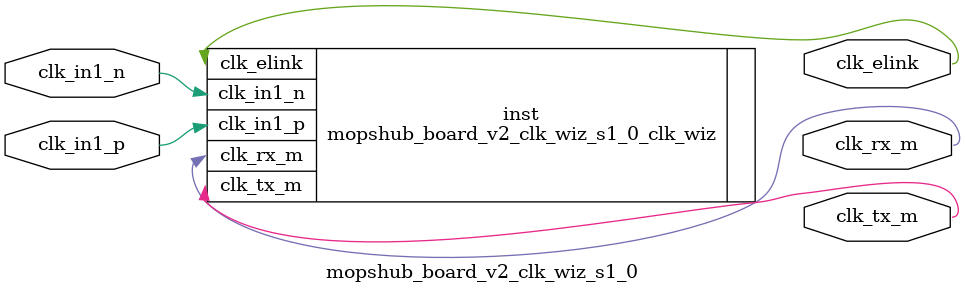
<source format=v>


`timescale 1ps/1ps

(* CORE_GENERATION_INFO = "mopshub_board_v2_clk_wiz_s1_0,clk_wiz_v6_0_6_0_0,{component_name=mopshub_board_v2_clk_wiz_s1_0,use_phase_alignment=true,use_min_o_jitter=false,use_max_i_jitter=false,use_dyn_phase_shift=false,use_inclk_switchover=false,use_dyn_reconfig=false,enable_axi=0,feedback_source=FDBK_AUTO,PRIMITIVE=MMCM,num_out_clk=3,clkin1_period=12.500,clkin2_period=10.000,use_power_down=false,use_reset=false,use_locked=false,use_inclk_stopped=false,feedback_type=SINGLE,CLOCK_MGR_TYPE=NA,manual_override=false}" *)

module mopshub_board_v2_clk_wiz_s1_0 
 (
  // Clock out ports
  output        clk_elink,
  output        clk_tx_m,
  output        clk_rx_m,
 // Clock in ports
  input         clk_in1_p,
  input         clk_in1_n
 );

  mopshub_board_v2_clk_wiz_s1_0_clk_wiz inst
  (
  // Clock out ports  
  .clk_elink(clk_elink),
  .clk_tx_m(clk_tx_m),
  .clk_rx_m(clk_rx_m),
 // Clock in ports
  .clk_in1_p(clk_in1_p),
  .clk_in1_n(clk_in1_n)
  );

endmodule

</source>
